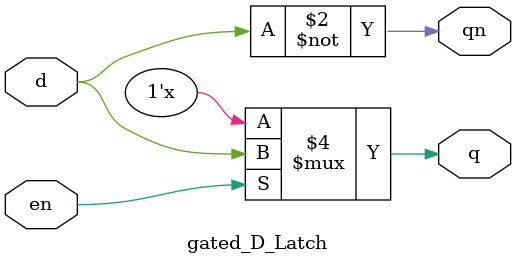
<source format=v>
`timescale 1ns / 1ps


module gated_D_Latch(
    input d,
    input en,
    output reg q, qn
    );
    
    always @ (d, en)
    begin
        if(en)
            q = d;
            qn = ~d;
    end
    
endmodule

</source>
